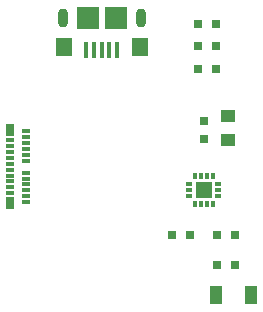
<source format=gtp>
G04 #@! TF.GenerationSoftware,KiCad,Pcbnew,(5.1.2)-1*
G04 #@! TF.CreationDate,2019-06-03T23:01:36-07:00*
G04 #@! TF.ProjectId,USB-PD-Breakout,5553422d-5044-42d4-9272-65616b6f7574,rev?*
G04 #@! TF.SameCoordinates,PX60e4b00PY60e4b00*
G04 #@! TF.FileFunction,Paste,Top*
G04 #@! TF.FilePolarity,Positive*
%FSLAX46Y46*%
G04 Gerber Fmt 4.6, Leading zero omitted, Abs format (unit mm)*
G04 Created by KiCad (PCBNEW (5.1.2)-1) date 2019-06-03 23:01:36*
%MOMM*%
%LPD*%
G04 APERTURE LIST*
%ADD10R,0.700000X1.000000*%
%ADD11R,0.700000X0.300000*%
%ADD12O,0.900000X1.600000*%
%ADD13R,1.400000X1.600000*%
%ADD14R,1.900000X1.900000*%
%ADD15R,0.400000X1.350000*%
%ADD16R,1.000000X1.600000*%
%ADD17R,0.800000X0.750000*%
%ADD18R,1.250000X1.000000*%
%ADD19R,0.750000X0.800000*%
%ADD20R,0.580000X0.300000*%
%ADD21R,0.300000X0.580000*%
%ADD22R,1.450000X1.450000*%
G04 APERTURE END LIST*
D10*
X6240000Y17100000D03*
D11*
X6240000Y16250000D03*
X6240000Y15750000D03*
X6240000Y15250000D03*
X6240000Y14750000D03*
X6240000Y14250000D03*
X6240000Y13750000D03*
X6240000Y13250000D03*
X6240000Y12750000D03*
X6240000Y12250000D03*
X6240000Y11750000D03*
D10*
X6240000Y10900000D03*
D11*
X7540000Y11000000D03*
X7540000Y11500000D03*
X7540000Y12000000D03*
X7540000Y12500000D03*
X7540000Y13000000D03*
X7540000Y13500000D03*
X7540000Y14500000D03*
X7540000Y15000000D03*
X7540000Y15500000D03*
X7540000Y16000000D03*
X7540000Y16500000D03*
X7540000Y17000000D03*
D12*
X10670000Y26550000D03*
X17270000Y26550000D03*
D13*
X10770000Y24100000D03*
X17170000Y24100000D03*
D14*
X12770000Y26550000D03*
X15170000Y26550000D03*
D15*
X12670000Y23875000D03*
X13320000Y23875000D03*
X13970000Y23875000D03*
X14620000Y23875000D03*
X15270000Y23875000D03*
D16*
X23646000Y3128000D03*
X26646000Y3128000D03*
D17*
X23761000Y5668000D03*
X25261000Y5668000D03*
D18*
X24638000Y16272000D03*
X24638000Y18272000D03*
D19*
X22606000Y16348000D03*
X22606000Y17848000D03*
D17*
X23761000Y8208000D03*
X25261000Y8208000D03*
X21451000Y8208000D03*
X19951000Y8208000D03*
X23610000Y26115000D03*
X22110000Y26115000D03*
X23610000Y24210000D03*
X22110000Y24210000D03*
X23610000Y22305000D03*
X22110000Y22305000D03*
D20*
X23821000Y11518000D03*
X23821000Y12018000D03*
X23821000Y12518000D03*
D21*
X22856000Y13233000D03*
X22356000Y13233000D03*
X21856000Y13233000D03*
D20*
X21391000Y12518000D03*
X21391000Y12018000D03*
X21391000Y11518000D03*
D21*
X21856000Y10803000D03*
X22856000Y10803000D03*
X23356000Y10803000D03*
X22356000Y10803000D03*
X23356000Y13233000D03*
D22*
X22606000Y12018000D03*
M02*

</source>
